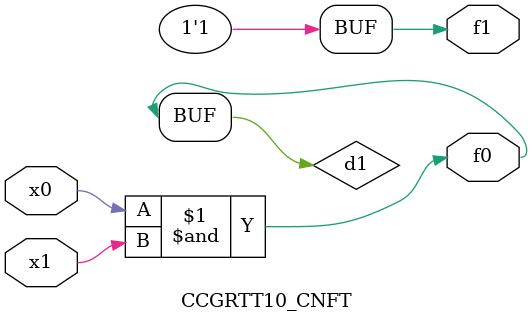
<source format=v>
module CCGRTT10_CNFT(
	input x0, x1,
	output f0, f1
);

	wire d1;

	assign f0 = d1;
	and (d1, x0, x1);
	assign f1 = 1'b1;
endmodule

</source>
